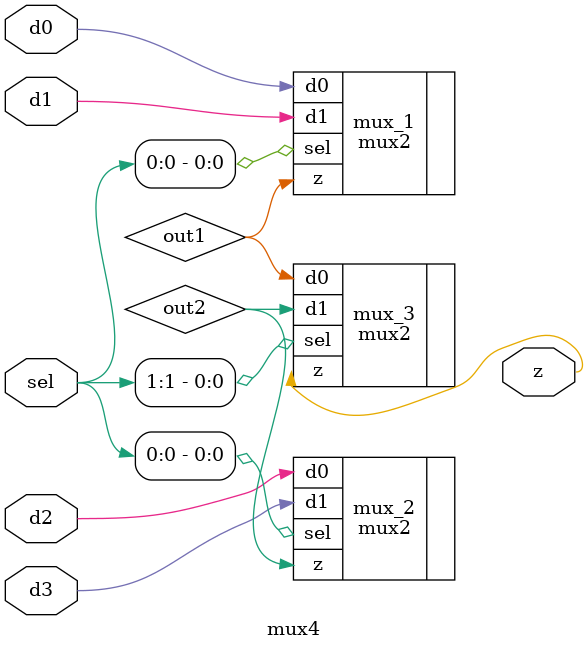
<source format=sv>
module mux4 (
    input logic d0,          // Data input 0
    input logic d1,          // Data input 1
    input logic d2,          // Data input 2
    input logic d3,          // Data input 3
    input logic [1:0] sel,   // Select input
    output logic z           // Output
);

logic out1, out2;

mux2 mux_1(
    .d0(d0), .d1(d1), .sel(sel[0]), .z(out1)
); 

mux2 mux_2(
    .d0(d2), .d1(d3), .sel(sel[0]), .z(out2)
);

mux2 mux_3(
    .d0(out1), .d1(out2), .sel(sel[1]), .z(z)
);
endmodule

</source>
